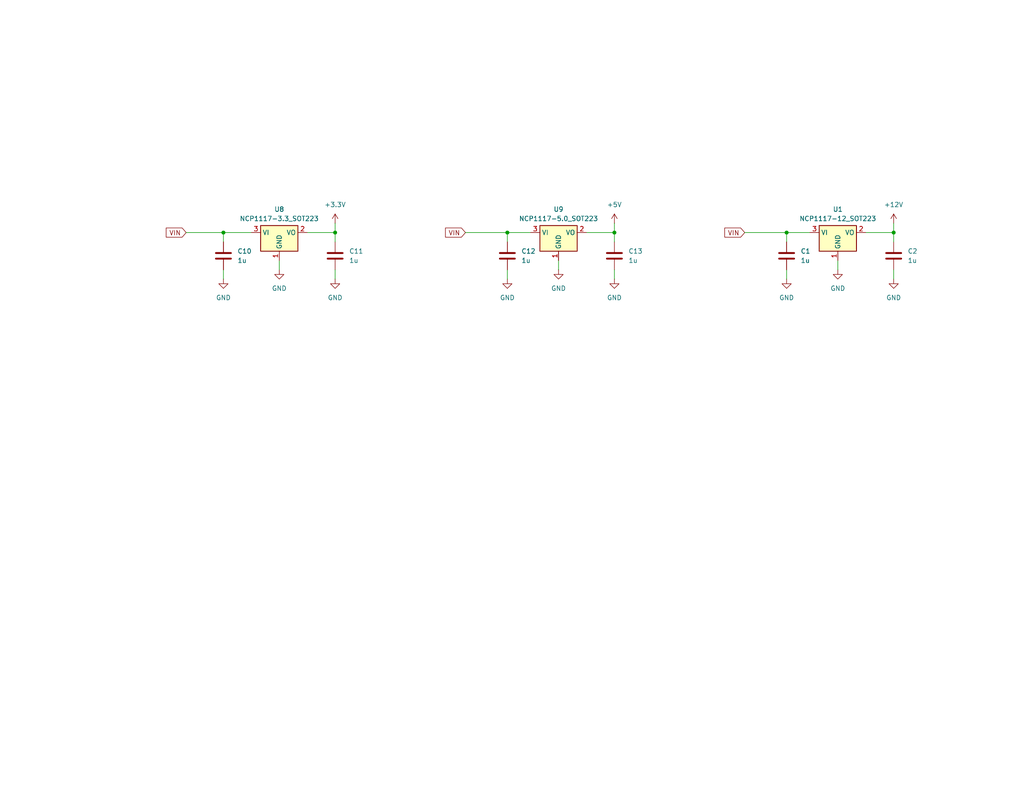
<source format=kicad_sch>
(kicad_sch (version 20231120) (generator "eeschema") (generator_version "8.0")
  (paper "USLetter")
  (title_block (title "DC Sources") (date "2024-04-02") (rev "1"))
  (lib_symbols
    (symbol "Device:C" (pin_numbers hide) (pin_names (offset 0.254))
      (property "Reference" "C" (at 0.635 2.54 0))
      (property "Value" "C" (at 0.635 -2.54 0))
      (symbol "C_0_1"
        (polyline (pts (xy -2.032 -0.762) (xy 2.032 -0.762)) (stroke (width 0.508)))
        (polyline (pts (xy -2.032 0.762) (xy 2.032 0.762)) (stroke (width 0.508)))
      )
      (symbol "C_1_1"
        (pin passive line (at 0 3.81 270) (length 2.794) (name "~") (number "1"))
        (pin passive line (at 0 -3.81 90) (length 2.794) (name "~") (number "2"))
      )
    )
    (symbol "Regulator_Linear:NCP1117-12_SOT223"
      (property "Reference" "U" (at -3.81 3.175 0))
      (property "Value" "NCP1117-12_SOT223" (at 0 3.175 0))
      (symbol "NCP1117-12_SOT223_0_1"
        (rectangle (start -5.08 -5.08) (end 5.08 1.905) (stroke (width 0.254)) (fill (type background)))
      )
      (symbol "NCP1117-12_SOT223_1_1"
        (pin power_in line (at 0 -7.62 90) (length 2.54) (name "GND") (number "1"))
        (pin power_out line (at 7.62 0 180) (length 2.54) (name "VO") (number "2"))
        (pin power_in line (at -7.62 0 0) (length 2.54) (name "VI") (number "3"))
      )
    )
    (symbol "Regulator_Linear:NCP1117-3.3_SOT223"
      (property "Reference" "U" (at -3.81 3.175 0))
      (property "Value" "NCP1117-3.3_SOT223" (at 0 3.175 0))
      (symbol "NCP1117-3.3_SOT223_0_1"
        (rectangle (start -5.08 -5.08) (end 5.08 1.905) (stroke (width 0.254)) (fill (type background)))
      )
      (symbol "NCP1117-3.3_SOT223_1_1"
        (pin power_in line (at 0 -7.62 90) (length 2.54) (name "GND") (number "1"))
        (pin power_out line (at 7.62 0 180) (length 2.54) (name "VO") (number "2"))
        (pin power_in line (at -7.62 0 0) (length 2.54) (name "VI") (number "3"))
      )
    )
    (symbol "Regulator_Linear:NCP1117-5.0_SOT223"
      (property "Reference" "U" (at -3.81 3.175 0))
      (property "Value" "NCP1117-5.0_SOT223" (at 0 3.175 0))
      (symbol "NCP1117-5.0_SOT223_0_1"
        (rectangle (start -5.08 -5.08) (end 5.08 1.905) (stroke (width 0.254)) (fill (type background)))
      )
      (symbol "NCP1117-5.0_SOT223_1_1"
        (pin power_in line (at 0 -7.62 90) (length 2.54) (name "GND") (number "1"))
        (pin power_out line (at 7.62 0 180) (length 2.54) (name "VO") (number "2"))
        (pin power_in line (at -7.62 0 0) (length 2.54) (name "VI") (number "3"))
      )
    )
    (symbol "power:+12V" (power) (pin_numbers hide) (pin_names (offset 0) hide)
      (property "Value" "+12V" (at 0 3.556 0))
      (symbol "+12V_0_1"
        (polyline (pts (xy -0.762 1.27) (xy 0 2.54)))
        (polyline (pts (xy 0 0) (xy 0 2.54)))
        (polyline (pts (xy 0 2.54) (xy 0.762 1.27)))
      )
      (symbol "+12V_1_1"
        (pin power_in line (at 0 0 90) (length 0) (name "~") (number "1"))
      )
    )
    (symbol "power:+3.3V" (power) (pin_numbers hide) (pin_names (offset 0) hide)
      (property "Value" "+3.3V" (at 0 3.556 0))
      (symbol "+3.3V_0_1"
        (polyline (pts (xy -0.762 1.27) (xy 0 2.54)))
        (polyline (pts (xy 0 0) (xy 0 2.54)))
        (polyline (pts (xy 0 2.54) (xy 0.762 1.27)))
      )
      (symbol "+3.3V_1_1"
        (pin power_in line (at 0 0 90) (length 0) (name "~") (number "1"))
      )
    )
    (symbol "power:+5V" (power) (pin_numbers hide) (pin_names (offset 0) hide)
      (property "Value" "+5V" (at 0 3.556 0))
      (symbol "+5V_0_1"
        (polyline (pts (xy -0.762 1.27) (xy 0 2.54)))
        (polyline (pts (xy 0 0) (xy 0 2.54)))
        (polyline (pts (xy 0 2.54) (xy 0.762 1.27)))
      )
      (symbol "+5V_1_1"
        (pin power_in line (at 0 0 90) (length 0) (name "~") (number "1"))
      )
    )
    (symbol "power:GND" (power) (pin_numbers hide) (pin_names (offset 0) hide)
      (property "Value" "GND" (at 0 -3.81 0))
      (symbol "GND_0_1"
        (polyline (pts (xy 0 0) (xy 0 -1.27) (xy 1.27 -1.27) (xy 0 -2.54) (xy -1.27 -1.27) (xy 0 -1.27)))
      )
      (symbol "GND_1_1"
        (pin power_in line (at 0 0 270) (length 0) (name "~") (number "1"))
      )
    )
  )
  (junction (at 138.43 63.5))
  (junction (at 214.63 63.5))
  (junction (at 167.64 63.5))
  (junction (at 243.84 63.5))
  (junction (at 91.44 63.5))
  (junction (at 60.96 63.5))
  (wire (pts (xy 91.44 60.96) (xy 91.44 63.5)))
  (wire (pts (xy 167.64 60.96) (xy 167.64 63.5)))
  (wire (pts (xy 91.44 63.5) (xy 91.44 66.04)))
  (wire (pts (xy 167.64 63.5) (xy 167.64 66.04)))
  (wire (pts (xy 214.63 63.5) (xy 214.63 66.04)))
  (wire (pts (xy 228.6 71.12) (xy 228.6 73.66)))
  (wire (pts (xy 138.43 73.66) (xy 138.43 76.2)))
  (wire (pts (xy 138.43 63.5) (xy 138.43 66.04)))
  (wire (pts (xy 243.84 63.5) (xy 243.84 66.04)))
  (wire (pts (xy 152.4 71.12) (xy 152.4 73.66)))
  (wire (pts (xy 243.84 60.96) (xy 243.84 63.5)))
  (wire (pts (xy 243.84 73.66) (xy 243.84 76.2)))
  (wire (pts (xy 203.2 63.5) (xy 214.63 63.5)))
  (wire (pts (xy 214.63 73.66) (xy 214.63 76.2)))
  (wire (pts (xy 138.43 63.5) (xy 144.78 63.5)))
  (wire (pts (xy 167.64 73.66) (xy 167.64 76.2)))
  (wire (pts (xy 60.96 73.66) (xy 60.96 76.2)))
  (wire (pts (xy 127 63.5) (xy 138.43 63.5)))
  (wire (pts (xy 91.44 73.66) (xy 91.44 76.2)))
  (wire (pts (xy 83.82 63.5) (xy 91.44 63.5)))
  (wire (pts (xy 60.96 63.5) (xy 60.96 66.04)))
  (wire (pts (xy 60.96 63.5) (xy 68.58 63.5)))
  (wire (pts (xy 160.02 63.5) (xy 167.64 63.5)))
  (wire (pts (xy 76.2 71.12) (xy 76.2 73.66)))
  (wire (pts (xy 50.8 63.5) (xy 60.96 63.5)))
  (wire (pts (xy 236.22 63.5) (xy 243.84 63.5)))
  (wire (pts (xy 214.63 63.5) (xy 220.98 63.5)))
  (global_label "VIN" (shape input) (at 50.8 63.5 180) (property "Intersheetrefs" "${INTERSHEET_REFS}" (effects (hide yes))))
  (global_label "VIN" (shape input) (at 203.2 63.5 180) (property "Intersheetrefs" "${INTERSHEET_REFS}" (effects (hide yes))))
  (global_label "VIN" (shape input) (at 127 63.5 180) (property "Intersheetrefs" "${INTERSHEET_REFS}" (effects (hide yes))))
  (symbol (lib_id "power:GND") (at 228.6 73.66 0) (unit 1)
    (property "Reference" "#PWR03" (effects (hide yes)))
    (property "Value" "GND" (at 228.6 78.74 0))
    (property "Description" "Power symbol creates a global label with name \"GND\" , ground" (effects (hide yes)))
  )
  (symbol (lib_id "power:GND") (at 60.96 76.2 0) (unit 1)
    (property "Reference" "#PWR030" (effects (hide yes)))
    (property "Value" "GND" (at 60.96 81.28 0))
    (property "Description" "Power symbol creates a global label with name \"GND\" , ground" (effects (hide yes)))
  )
  (symbol (lib_id "Device:C") (at 138.43 69.85 0) (unit 1)
    (property "Reference" "C12" (at 142.24 68.5799 0) (effects (justify left)))
    (property "Value" "1u" (at 142.24 71.1199 0) (effects (justify left)))
    (property "Footprint" "Capacitor_SMD:C_0805_2012Metric" (effects (hide yes)))
    (property "Description" "Unpolarized capacitor" (effects (hide yes)))
  )
  (symbol (lib_id "power:+12V") (at 243.84 60.96 0) (unit 1)
    (property "Reference" "#PWR02" (effects (hide yes)))
    (property "Value" "+12V" (at 243.84 55.88 0))
    (property "Description" "Power symbol creates a global label with name \"+12V\"" (effects (hide yes)))
  )
  (symbol (lib_id "Device:C") (at 243.84 69.85 0) (unit 1)
    (property "Reference" "C2" (at 247.65 68.5799 0) (effects (justify left)))
    (property "Value" "1u" (at 247.65 71.1199 0) (effects (justify left)))
    (property "Footprint" "Capacitor_SMD:C_0805_2012Metric" (effects (hide yes)))
    (property "Description" "Unpolarized capacitor" (effects (hide yes)))
  )
  (symbol (lib_id "power:GND") (at 138.43 76.2 0) (unit 1)
    (property "Reference" "#PWR026" (effects (hide yes)))
    (property "Value" "GND" (at 138.43 81.28 0))
    (property "Description" "Power symbol creates a global label with name \"GND\" , ground" (effects (hide yes)))
  )
  (symbol (lib_id "power:GND") (at 167.64 76.2 0) (unit 1)
    (property "Reference" "#PWR027" (effects (hide yes)))
    (property "Value" "GND" (at 167.64 81.28 0))
    (property "Description" "Power symbol creates a global label with name \"GND\" , ground" (effects (hide yes)))
  )
  (symbol (lib_id "power:GND") (at 243.84 76.2 0) (unit 1)
    (property "Reference" "#PWR05" (effects (hide yes)))
    (property "Value" "GND" (at 243.84 81.28 0))
    (property "Description" "Power symbol creates a global label with name \"GND\" , ground" (effects (hide yes)))
  )
  (symbol (lib_id "Device:C") (at 167.64 69.85 0) (unit 1)
    (property "Reference" "C13" (at 171.45 68.5799 0) (effects (justify left)))
    (property "Value" "1u" (at 171.45 71.1199 0) (effects (justify left)))
    (property "Footprint" "Capacitor_SMD:C_0805_2012Metric" (effects (hide yes)))
    (property "Description" "Unpolarized capacitor" (effects (hide yes)))
  )
  (symbol (lib_id "power:+3.3V") (at 91.44 60.96 0) (unit 1)
    (property "Reference" "#PWR031" (effects (hide yes)))
    (property "Value" "+3.3V" (at 91.44 55.88 0))
    (property "Description" "Power symbol creates a global label with name \"+3.3V\"" (effects (hide yes)))
  )
  (symbol (lib_id "Device:C") (at 214.63 69.85 0) (unit 1)
    (property "Reference" "C1" (at 218.44 68.5799 0) (effects (justify left)))
    (property "Value" "1u" (at 218.44 71.1199 0) (effects (justify left)))
    (property "Footprint" "Capacitor_SMD:C_0805_2012Metric" (effects (hide yes)))
    (property "Description" "Unpolarized capacitor" (effects (hide yes)))
  )
  (symbol (lib_id "power:GND") (at 76.2 73.66 0) (unit 1)
    (property "Reference" "#PWR029" (effects (hide yes)))
    (property "Value" "GND" (at 76.2 78.74 0))
    (property "Description" "Power symbol creates a global label with name \"GND\" , ground" (effects (hide yes)))
  )
  (symbol (lib_id "Regulator_Linear:NCP1117-5.0_SOT223") (at 152.4 63.5 0) (unit 1)
    (property "Reference" "U9" (at 152.4 57.15 0))
    (property "Value" "NCP1117-5.0_SOT223" (at 152.4 59.69 0))
    (property "Footprint" "Package_TO_SOT_SMD:SOT-223-3_TabPin2" (effects (hide yes)))
    (property "Datasheet" "http://www.onsemi.com/pub_link/Collateral/NCP1117-D.PDF" (effects (hide yes)))
    (property "Description" "1A Low drop-out regulator, Fixed Output 5V, SOT-223" (effects (hide yes)))
  )
  (symbol (lib_id "Device:C") (at 91.44 69.85 0) (unit 1)
    (property "Reference" "C11" (at 95.25 68.5799 0) (effects (justify left)))
    (property "Value" "1u" (at 95.25 71.1199 0) (effects (justify left)))
    (property "Footprint" "Capacitor_SMD:C_0805_2012Metric" (effects (hide yes)))
    (property "Description" "Unpolarized capacitor" (effects (hide yes)))
  )
  (symbol (lib_id "Device:C") (at 60.96 69.85 0) (unit 1)
    (property "Reference" "C10" (at 64.77 68.5799 0) (effects (justify left)))
    (property "Value" "1u" (at 64.77 71.1199 0) (effects (justify left)))
    (property "Footprint" "Capacitor_SMD:C_0805_2012Metric" (effects (hide yes)))
    (property "Description" "Unpolarized capacitor" (effects (hide yes)))
  )
  (symbol (lib_id "Regulator_Linear:NCP1117-12_SOT223") (at 228.6 63.5 0) (unit 1)
    (property "Reference" "U1" (at 228.6 57.15 0))
    (property "Value" "NCP1117-12_SOT223" (at 228.6 59.69 0))
    (property "Footprint" "Package_TO_SOT_SMD:SOT-223-3_TabPin2" (effects (hide yes)))
    (property "Datasheet" "http://www.onsemi.com/pub_link/Collateral/NCP1117-D.PDF" (effects (hide yes)))
    (property "Description" "1A Low drop-out regulator, Fixed Output 12V, SOT-223" (effects (hide yes)))
  )
  (symbol (lib_id "power:+5V") (at 167.64 60.96 0) (unit 1)
    (property "Reference" "#PWR032" (effects (hide yes)))
    (property "Value" "+5V" (at 167.64 55.88 0))
    (property "Description" "Power symbol creates a global label with name \"+5V\"" (effects (hide yes)))
  )
  (symbol (lib_id "power:GND") (at 214.63 76.2 0) (unit 1)
    (property "Reference" "#PWR04" (effects (hide yes)))
    (property "Value" "GND" (at 214.63 81.28 0))
    (property "Description" "Power symbol creates a global label with name \"GND\" , ground" (effects (hide yes)))
  )
  (symbol (lib_id "Regulator_Linear:NCP1117-3.3_SOT223") (at 76.2 63.5 0) (unit 1)
    (property "Reference" "U8" (at 76.2 57.15 0))
    (property "Value" "NCP1117-3.3_SOT223" (at 76.2 59.69 0))
    (property "Footprint" "Package_TO_SOT_SMD:SOT-223-3_TabPin2" (effects (hide yes)))
    (property "Datasheet" "http://www.onsemi.com/pub_link/Collateral/NCP1117-D.PDF" (effects (hide yes)))
    (property "Description" "1A Low drop-out regulator, Fixed Output 3.3V, SOT-223" (effects (hide yes)))
  )
  (symbol (lib_id "power:GND") (at 91.44 76.2 0) (unit 1)
    (property "Reference" "#PWR028" (effects (hide yes)))
    (property "Value" "GND" (at 91.44 81.28 0))
    (property "Description" "Power symbol creates a global label with name \"GND\" , ground" (effects (hide yes)))
  )
  (symbol (lib_id "power:GND") (at 152.4 73.66 0) (unit 1)
    (property "Reference" "#PWR025" (effects (hide yes)))
    (property "Value" "GND" (at 152.4 78.74 0))
    (property "Description" "Power symbol creates a global label with name \"GND\" , ground" (effects (hide yes)))
  )
)
</source>
